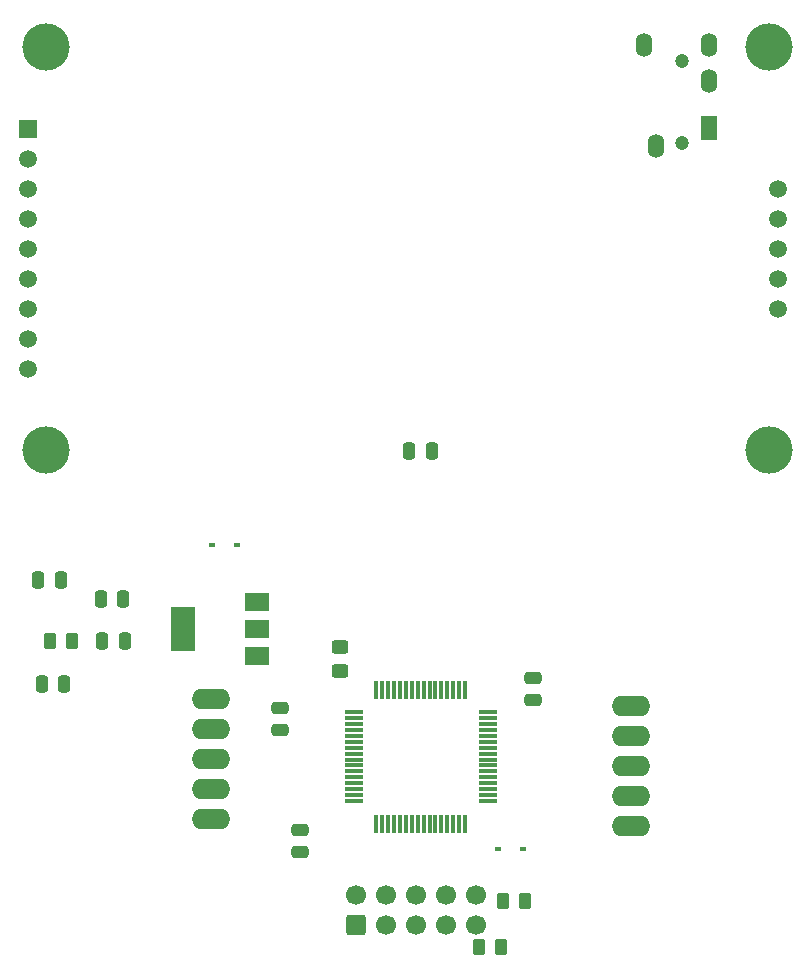
<source format=gbr>
%TF.GenerationSoftware,KiCad,Pcbnew,6.0.4-6f826c9f35~116~ubuntu18.04.1*%
%TF.CreationDate,2022-04-21T22:13:37-04:00*%
%TF.ProjectId,368project,33363870-726f-46a6-9563-742e6b696361,rev?*%
%TF.SameCoordinates,Original*%
%TF.FileFunction,Soldermask,Bot*%
%TF.FilePolarity,Negative*%
%FSLAX46Y46*%
G04 Gerber Fmt 4.6, Leading zero omitted, Abs format (unit mm)*
G04 Created by KiCad (PCBNEW 6.0.4-6f826c9f35~116~ubuntu18.04.1) date 2022-04-21 22:13:37*
%MOMM*%
%LPD*%
G01*
G04 APERTURE LIST*
G04 Aperture macros list*
%AMRoundRect*
0 Rectangle with rounded corners*
0 $1 Rounding radius*
0 $2 $3 $4 $5 $6 $7 $8 $9 X,Y pos of 4 corners*
0 Add a 4 corners polygon primitive as box body*
4,1,4,$2,$3,$4,$5,$6,$7,$8,$9,$2,$3,0*
0 Add four circle primitives for the rounded corners*
1,1,$1+$1,$2,$3*
1,1,$1+$1,$4,$5*
1,1,$1+$1,$6,$7*
1,1,$1+$1,$8,$9*
0 Add four rect primitives between the rounded corners*
20,1,$1+$1,$2,$3,$4,$5,0*
20,1,$1+$1,$4,$5,$6,$7,0*
20,1,$1+$1,$6,$7,$8,$9,0*
20,1,$1+$1,$8,$9,$2,$3,0*%
G04 Aperture macros list end*
%ADD10C,4.000000*%
%ADD11R,1.500000X1.500000*%
%ADD12C,1.500000*%
%ADD13RoundRect,0.250000X0.600000X-0.600000X0.600000X0.600000X-0.600000X0.600000X-0.600000X-0.600000X0*%
%ADD14C,1.700000*%
%ADD15O,3.251200X1.727200*%
%ADD16RoundRect,0.250000X0.250000X0.475000X-0.250000X0.475000X-0.250000X-0.475000X0.250000X-0.475000X0*%
%ADD17RoundRect,0.250000X-0.250000X-0.475000X0.250000X-0.475000X0.250000X0.475000X-0.250000X0.475000X0*%
%ADD18RoundRect,0.250000X0.262500X0.450000X-0.262500X0.450000X-0.262500X-0.450000X0.262500X-0.450000X0*%
%ADD19RoundRect,0.075000X0.075000X0.700000X-0.075000X0.700000X-0.075000X-0.700000X0.075000X-0.700000X0*%
%ADD20RoundRect,0.075000X0.700000X0.075000X-0.700000X0.075000X-0.700000X-0.075000X0.700000X-0.075000X0*%
%ADD21R,1.400000X2.000000*%
%ADD22O,1.400000X2.000000*%
%ADD23C,1.200000*%
%ADD24RoundRect,0.250000X-0.475000X0.250000X-0.475000X-0.250000X0.475000X-0.250000X0.475000X0.250000X0*%
%ADD25R,0.600000X0.450000*%
%ADD26RoundRect,0.250000X-0.450000X0.325000X-0.450000X-0.325000X0.450000X-0.325000X0.450000X0.325000X0*%
%ADD27R,2.000000X1.500000*%
%ADD28R,2.000000X3.800000*%
G04 APERTURE END LIST*
D10*
%TO.C,U1*%
X112283000Y-96603000D03*
X173483000Y-62503000D03*
X112283000Y-62503000D03*
X173483000Y-96603000D03*
D11*
X110783000Y-69393000D03*
D12*
X110783000Y-71933000D03*
X110783000Y-74473000D03*
X110783000Y-77013000D03*
X110783000Y-79553000D03*
X110783000Y-82093000D03*
X110783000Y-84633000D03*
X110783000Y-87173000D03*
X110783000Y-89713000D03*
X174303000Y-74473000D03*
X174303000Y-77013000D03*
X174303000Y-79553000D03*
X174303000Y-82093000D03*
X174303000Y-84633000D03*
%TD*%
D13*
%TO.C,J2*%
X138562048Y-136820500D03*
D14*
X138562048Y-134280500D03*
X141102048Y-136820500D03*
X141102048Y-134280500D03*
X143642048Y-136820500D03*
X143642048Y-134280500D03*
X146182048Y-136820500D03*
X146182048Y-134280500D03*
X148722048Y-136820500D03*
X148722048Y-134280500D03*
%TD*%
D15*
%TO.C,JP2*%
X161790500Y-128448000D03*
X161790500Y-125908000D03*
X161790500Y-123368000D03*
X161790500Y-120828000D03*
X161790500Y-118288000D03*
%TD*%
%TO.C,JP1*%
X126230500Y-127813000D03*
X126230500Y-125273000D03*
X126230500Y-122733000D03*
X126230500Y-120193000D03*
X126230500Y-117653000D03*
%TD*%
D16*
%TO.C,C13*%
X113554628Y-107578484D03*
X111654628Y-107578484D03*
%TD*%
D17*
%TO.C,C8*%
X143060500Y-96698000D03*
X144960500Y-96698000D03*
%TD*%
D16*
%TO.C,C12*%
X113845500Y-116383000D03*
X111945500Y-116383000D03*
%TD*%
D18*
%TO.C,R1*%
X152809548Y-134798000D03*
X150984548Y-134798000D03*
%TD*%
D19*
%TO.C,U2*%
X147760500Y-116892516D03*
X147260500Y-116892516D03*
X146760500Y-116892516D03*
X146260500Y-116892516D03*
X145760500Y-116892516D03*
X145260500Y-116892516D03*
X144760500Y-116892516D03*
X144260500Y-116892516D03*
X143760500Y-116892516D03*
X143260500Y-116892516D03*
X142760500Y-116892516D03*
X142260500Y-116892516D03*
X141760500Y-116892516D03*
X141260500Y-116892516D03*
X140760500Y-116892516D03*
X140260500Y-116892516D03*
D20*
X138335500Y-118817516D03*
X138335500Y-119317516D03*
X138335500Y-119817516D03*
X138335500Y-120317516D03*
X138335500Y-120817516D03*
X138335500Y-121317516D03*
X138335500Y-121817516D03*
X138335500Y-122317516D03*
X138335500Y-122817516D03*
X138335500Y-123317516D03*
X138335500Y-123817516D03*
X138335500Y-124317516D03*
X138335500Y-124817516D03*
X138335500Y-125317516D03*
X138335500Y-125817516D03*
X138335500Y-126317516D03*
D19*
X140260500Y-128242516D03*
X140760500Y-128242516D03*
X141260500Y-128242516D03*
X141760500Y-128242516D03*
X142260500Y-128242516D03*
X142760500Y-128242516D03*
X143260500Y-128242516D03*
X143760500Y-128242516D03*
X144260500Y-128242516D03*
X144760500Y-128242516D03*
X145260500Y-128242516D03*
X145760500Y-128242516D03*
X146260500Y-128242516D03*
X146760500Y-128242516D03*
X147260500Y-128242516D03*
X147760500Y-128242516D03*
D20*
X149685500Y-126317516D03*
X149685500Y-125817516D03*
X149685500Y-125317516D03*
X149685500Y-124817516D03*
X149685500Y-124317516D03*
X149685500Y-123817516D03*
X149685500Y-123317516D03*
X149685500Y-122817516D03*
X149685500Y-122317516D03*
X149685500Y-121817516D03*
X149685500Y-121317516D03*
X149685500Y-120817516D03*
X149685500Y-120317516D03*
X149685500Y-119817516D03*
X149685500Y-119317516D03*
X149685500Y-118817516D03*
%TD*%
D16*
%TO.C,C10*%
X118831313Y-109220000D03*
X116931313Y-109220000D03*
%TD*%
D21*
%TO.C,J1*%
X168401803Y-69345242D03*
D22*
X163901803Y-70845242D03*
X168401803Y-62345242D03*
X168401803Y-65345242D03*
X162901803Y-62345242D03*
D23*
X166101803Y-70645242D03*
X166101803Y-63645242D03*
%TD*%
D24*
%TO.C,C2*%
X132080000Y-118430000D03*
X132080000Y-120330000D03*
%TD*%
D18*
%TO.C,R4*%
X114487128Y-112788484D03*
X112662128Y-112788484D03*
%TD*%
%TO.C,R2*%
X150779388Y-138728000D03*
X148954388Y-138728000D03*
%TD*%
D25*
%TO.C,D1*%
X152680500Y-130353000D03*
X150580500Y-130353000D03*
%TD*%
%TO.C,D2*%
X128424628Y-104648484D03*
X126324628Y-104648484D03*
%TD*%
D26*
%TO.C,FB1*%
X137160000Y-113275000D03*
X137160000Y-115325000D03*
%TD*%
D16*
%TO.C,C11*%
X118954628Y-112818484D03*
X117054628Y-112818484D03*
%TD*%
D27*
%TO.C,U5*%
X130150000Y-109460000D03*
X130150000Y-111760000D03*
D28*
X123850000Y-111760000D03*
D27*
X130150000Y-114060000D03*
%TD*%
D24*
%TO.C,C4*%
X133788744Y-130649963D03*
X133788744Y-128749963D03*
%TD*%
%TO.C,C6*%
X153505875Y-115884986D03*
X153505875Y-117784986D03*
%TD*%
M02*

</source>
